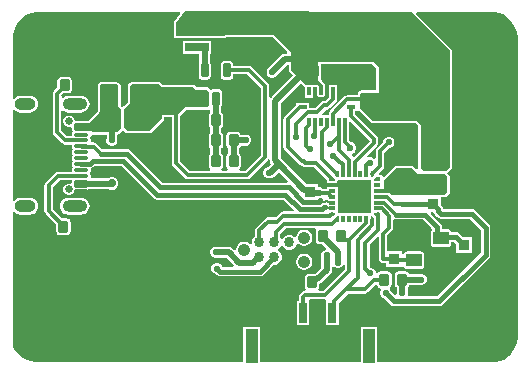
<source format=gbr>
%TF.GenerationSoftware,Altium Limited,Altium Designer,24.4.1 (13)*%
G04 Layer_Physical_Order=1*
G04 Layer_Color=255*
%FSLAX45Y45*%
%MOMM*%
%TF.SameCoordinates,B8B7DE2E-4358-4D64-837E-663932822D10*%
%TF.FilePolarity,Positive*%
%TF.FileFunction,Copper,L1,Top,Signal*%
%TF.Part,Single*%
G01*
G75*
%TA.AperFunction,Conductor*%
%ADD10C,0.30000*%
%TA.AperFunction,SMDPad,CuDef*%
%ADD11R,2.00000X0.70000*%
G04:AMPARAMS|DCode=12|XSize=1.4mm|YSize=1.7mm|CornerRadius=0.175mm|HoleSize=0mm|Usage=FLASHONLY|Rotation=270.000|XOffset=0mm|YOffset=0mm|HoleType=Round|Shape=RoundedRectangle|*
%AMROUNDEDRECTD12*
21,1,1.40000,1.35000,0,0,270.0*
21,1,1.05000,1.70000,0,0,270.0*
1,1,0.35000,-0.67500,-0.52500*
1,1,0.35000,-0.67500,0.52500*
1,1,0.35000,0.67500,0.52500*
1,1,0.35000,0.67500,-0.52500*
%
%ADD12ROUNDEDRECTD12*%
%TA.AperFunction,TestPad*%
G04:AMPARAMS|DCode=13|XSize=0.3mm|YSize=1.15mm|CornerRadius=0.0375mm|HoleSize=0mm|Usage=FLASHONLY|Rotation=270.000|XOffset=0mm|YOffset=0mm|HoleType=Round|Shape=RoundedRectangle|*
%AMROUNDEDRECTD13*
21,1,0.30000,1.07500,0,0,270.0*
21,1,0.22500,1.15000,0,0,270.0*
1,1,0.07500,-0.53750,-0.11250*
1,1,0.07500,-0.53750,0.11250*
1,1,0.07500,0.53750,0.11250*
1,1,0.07500,0.53750,-0.11250*
%
%ADD13ROUNDEDRECTD13*%
G04:AMPARAMS|DCode=14|XSize=0.6mm|YSize=1.15mm|CornerRadius=0.075mm|HoleSize=0mm|Usage=FLASHONLY|Rotation=270.000|XOffset=0mm|YOffset=0mm|HoleType=Round|Shape=RoundedRectangle|*
%AMROUNDEDRECTD14*
21,1,0.60000,1.00000,0,0,270.0*
21,1,0.45000,1.15000,0,0,270.0*
1,1,0.15000,-0.50000,-0.22500*
1,1,0.15000,-0.50000,0.22500*
1,1,0.15000,0.50000,0.22500*
1,1,0.15000,0.50000,-0.22500*
%
%ADD14ROUNDEDRECTD14*%
%TA.AperFunction,SMDPad,CuDef*%
G04:AMPARAMS|DCode=15|XSize=0.8mm|YSize=1mm|CornerRadius=0.1mm|HoleSize=0mm|Usage=FLASHONLY|Rotation=180.000|XOffset=0mm|YOffset=0mm|HoleType=Round|Shape=RoundedRectangle|*
%AMROUNDEDRECTD15*
21,1,0.80000,0.80000,0,0,180.0*
21,1,0.60000,1.00000,0,0,180.0*
1,1,0.20000,-0.30000,0.40000*
1,1,0.20000,0.30000,0.40000*
1,1,0.20000,0.30000,-0.40000*
1,1,0.20000,-0.30000,-0.40000*
%
%ADD15ROUNDEDRECTD15*%
%ADD16R,0.95000X0.95000*%
%ADD17R,0.30000X0.25000*%
%ADD18R,0.25000X0.30000*%
%ADD19R,0.55000X0.30000*%
%ADD20R,0.30000X0.55000*%
G04:AMPARAMS|DCode=21|XSize=1.3mm|YSize=1.1mm|CornerRadius=0.055mm|HoleSize=0mm|Usage=FLASHONLY|Rotation=180.000|XOffset=0mm|YOffset=0mm|HoleType=Round|Shape=RoundedRectangle|*
%AMROUNDEDRECTD21*
21,1,1.30000,0.99000,0,0,180.0*
21,1,1.19000,1.10000,0,0,180.0*
1,1,0.11000,-0.59500,0.49500*
1,1,0.11000,0.59500,0.49500*
1,1,0.11000,0.59500,-0.49500*
1,1,0.11000,-0.59500,-0.49500*
%
%ADD21ROUNDEDRECTD21*%
%ADD22R,0.95000X0.95000*%
%ADD23R,0.75000X0.30000*%
%ADD24R,0.30000X0.75000*%
%TA.AperFunction,ConnectorPad*%
%ADD25R,0.65000X1.70000*%
%ADD26R,1.00000X2.90000*%
%TA.AperFunction,SMDPad,CuDef*%
%ADD27R,1.57000X1.33000*%
G04:AMPARAMS|DCode=28|XSize=0.6mm|YSize=1.2mm|CornerRadius=0.075mm|HoleSize=0mm|Usage=FLASHONLY|Rotation=180.000|XOffset=0mm|YOffset=0mm|HoleType=Round|Shape=RoundedRectangle|*
%AMROUNDEDRECTD28*
21,1,0.60000,1.05000,0,0,180.0*
21,1,0.45000,1.20000,0,0,180.0*
1,1,0.15000,-0.22500,0.52500*
1,1,0.15000,0.22500,0.52500*
1,1,0.15000,0.22500,-0.52500*
1,1,0.15000,-0.22500,-0.52500*
%
%ADD28ROUNDEDRECTD28*%
%ADD29R,1.33000X1.57000*%
%TA.AperFunction,BGAPad,CuDef*%
%ADD30C,0.86300*%
%TA.AperFunction,Conductor*%
%ADD31C,0.40000*%
%ADD32C,0.50000*%
%ADD33C,0.60000*%
%ADD34C,0.38100*%
%ADD35C,0.20000*%
%ADD36C,0.70000*%
%ADD37C,0.80000*%
%ADD38C,0.90000*%
%ADD39C,1.00000*%
%ADD40C,0.75000*%
%TA.AperFunction,TestPad*%
%ADD41O,2.10000X1.00000*%
%ADD42C,0.65000*%
%ADD43O,1.80000X1.00000*%
%TA.AperFunction,ViaPad*%
%ADD44C,4.00000*%
%TA.AperFunction,ComponentPad*%
%ADD45C,1.06700*%
%TA.AperFunction,ViaPad*%
%ADD46C,0.55000*%
%ADD47C,0.71120*%
%ADD48C,0.60000*%
%ADD49C,0.70000*%
G36*
X1985538Y1470611D02*
X2018159Y1457099D01*
X2047516Y1437483D01*
X2060000Y1425000D01*
X2067361Y1417639D01*
X2085227Y1399772D01*
X2113303Y1357755D01*
X2132641Y1311067D01*
X2142500Y1261504D01*
Y1236238D01*
Y-1251434D01*
Y-1276655D01*
X2132659Y-1326126D01*
X2113356Y-1372727D01*
X2085333Y-1414667D01*
X2067500Y-1432500D01*
X2054422Y-1445578D01*
X2023666Y-1466128D01*
X1989492Y-1480284D01*
X1953213Y-1487500D01*
X952500D01*
Y-1185000D01*
X812500D01*
Y-1487500D01*
X-42500D01*
Y-1185000D01*
X-182500D01*
Y-1487500D01*
X-1934967D01*
X-1983941Y-1477759D01*
X-2030074Y-1458650D01*
X-2071592Y-1430908D01*
X-2089246Y-1413254D01*
X-2112500Y-1390000D01*
X-2117850Y-1384650D01*
X-2126257Y-1372068D01*
X-2132048Y-1358088D01*
X-2135000Y-1343246D01*
Y-1335680D01*
Y-218985D01*
X-2120000Y-213894D01*
X-2117674Y-216925D01*
X-2103052Y-228145D01*
X-2086023Y-235198D01*
X-2067750Y-237604D01*
X-1987750D01*
X-1969476Y-235198D01*
X-1952448Y-228145D01*
X-1937825Y-216925D01*
X-1926605Y-202302D01*
X-1919552Y-185274D01*
X-1917146Y-167000D01*
X-1919552Y-148727D01*
X-1926605Y-131698D01*
X-1937825Y-117076D01*
X-1952448Y-105856D01*
X-1969476Y-98802D01*
X-1987750Y-96396D01*
X-2067750D01*
X-2086023Y-98802D01*
X-2103052Y-105856D01*
X-2117674Y-117076D01*
X-2120000Y-120107D01*
X-2135000Y-115015D01*
Y645014D01*
X-2120000Y650106D01*
X-2117674Y647075D01*
X-2103052Y635855D01*
X-2086023Y628802D01*
X-2067750Y626396D01*
X-1987750D01*
X-1969476Y628802D01*
X-1952448Y635855D01*
X-1937825Y647075D01*
X-1926605Y661698D01*
X-1919552Y678726D01*
X-1917146Y697000D01*
X-1919552Y715273D01*
X-1926605Y732302D01*
X-1937825Y746924D01*
X-1952448Y758144D01*
X-1969476Y765198D01*
X-1987750Y767603D01*
X-2067750D01*
X-2086023Y765198D01*
X-2103052Y758144D01*
X-2117674Y746924D01*
X-2120000Y743893D01*
X-2135000Y748985D01*
Y937500D01*
Y1255576D01*
Y1277433D01*
X-2126472Y1320309D01*
X-2109743Y1360696D01*
X-2085456Y1397044D01*
X-2070000Y1412500D01*
X-2054545Y1427955D01*
X-2018197Y1452242D01*
X-1977809Y1468971D01*
X-1934934Y1477500D01*
X-720685D01*
X-713977Y1464084D01*
X-765913Y1394835D01*
X-767019Y1392530D01*
X-768440Y1390404D01*
X-768724Y1388974D01*
X-769354Y1387661D01*
X-769493Y1385108D01*
X-769992Y1382600D01*
Y1275000D01*
X-768440Y1267196D01*
X-764019Y1260581D01*
X-757404Y1256160D01*
X-749600Y1254608D01*
X-350000D01*
X-347099Y1255185D01*
X-344155Y1255464D01*
X-321615Y1262208D01*
X66954D01*
X190780Y1138382D01*
X184567Y1123382D01*
X170000D01*
X152442Y1119889D01*
X137557Y1109943D01*
X39500Y1011887D01*
X35594Y1010268D01*
X22232Y996907D01*
X15000Y979448D01*
Y960552D01*
X22232Y943094D01*
X35594Y929732D01*
X53052Y922500D01*
X71948D01*
X89406Y929732D01*
X102768Y943094D01*
X104387Y947000D01*
X189005Y1031618D01*
X205008D01*
Y982601D01*
X205008Y982600D01*
X206560Y974796D01*
X210981Y968181D01*
X210982Y968180D01*
X238388Y940774D01*
X57557Y759943D01*
X50686Y749660D01*
X35686Y754210D01*
Y850000D01*
X32969Y863656D01*
X25234Y875234D01*
X-109766Y1010233D01*
X-121343Y1017969D01*
X-135000Y1020686D01*
X-269462D01*
Y1037500D01*
X-271596Y1048230D01*
X-277674Y1057326D01*
X-286771Y1063404D01*
X-297501Y1065538D01*
X-342500D01*
X-353230Y1063404D01*
X-362327Y1057326D01*
X-368405Y1048230D01*
X-370539Y1037500D01*
Y932500D01*
X-368405Y921770D01*
X-362327Y912674D01*
X-353230Y906596D01*
X-342500Y904461D01*
X-297501D01*
X-286771Y906596D01*
X-277674Y912674D01*
X-271596Y921770D01*
X-269462Y932500D01*
Y949314D01*
X-149781D01*
X-35686Y835219D01*
Y264782D01*
X-164781Y135686D01*
X-212840D01*
X-217390Y150686D01*
X-213371Y153371D01*
X-206741Y163294D01*
X-204412Y175000D01*
Y254999D01*
X-206741Y266705D01*
X-213371Y276628D01*
X-219118Y280468D01*
Y324531D01*
X-213371Y328371D01*
X-206741Y338294D01*
X-205582Y344118D01*
X-166353D01*
X-161919Y345000D01*
X-153052D01*
X-135594Y352232D01*
X-122232Y365594D01*
X-115000Y383052D01*
Y401948D01*
X-122232Y419407D01*
X-135594Y432769D01*
X-153052Y440000D01*
X-171948D01*
X-181892Y435881D01*
X-205582D01*
X-206741Y441705D01*
X-213371Y451629D01*
X-223295Y458259D01*
X-235000Y460587D01*
X-295000D01*
X-306705Y458259D01*
X-316629Y451629D01*
X-323259Y441705D01*
X-325588Y430000D01*
Y350000D01*
X-323259Y338294D01*
X-316629Y328371D01*
X-310882Y324531D01*
Y280468D01*
X-316629Y276628D01*
X-323259Y266705D01*
X-325588Y254999D01*
Y175000D01*
X-323259Y163294D01*
X-316629Y153371D01*
X-312610Y150686D01*
X-317160Y135686D01*
X-362840D01*
X-367390Y150686D01*
X-363371Y153371D01*
X-356741Y163294D01*
X-354412Y175000D01*
Y254999D01*
X-356741Y266705D01*
X-363371Y276628D01*
X-369118Y280468D01*
Y324531D01*
X-363371Y328371D01*
X-356741Y338294D01*
X-354412Y350000D01*
Y430000D01*
X-356741Y441705D01*
X-363371Y451629D01*
X-369118Y455468D01*
Y499531D01*
X-363371Y503371D01*
X-356741Y513294D01*
X-354413Y525000D01*
Y605000D01*
X-356741Y616705D01*
X-363371Y626628D01*
X-369119Y630468D01*
Y677995D01*
X-366596Y681770D01*
X-364462Y692500D01*
Y797500D01*
X-366596Y808230D01*
X-372674Y817326D01*
X-381771Y823404D01*
X-392501Y825538D01*
X-437500D01*
X-448230Y823404D01*
X-457326Y817326D01*
X-458384Y817222D01*
X-475581Y834419D01*
X-482196Y838840D01*
X-490000Y840392D01*
X-573826D01*
X-598689Y856967D01*
X-600535Y857730D01*
X-602196Y858840D01*
X-604176Y859233D01*
X-606042Y860004D01*
X-608041Y860002D01*
X-610000Y860392D01*
X-861553D01*
X-880581Y879419D01*
X-887196Y883840D01*
X-895000Y885392D01*
X-1125000D01*
X-1132804Y883840D01*
X-1138550Y880000D01*
X-1142500D01*
Y876339D01*
X-1154419Y864419D01*
X-1158840Y857804D01*
X-1160392Y850000D01*
Y718447D01*
X-1194893Y683946D01*
X-1205000Y674937D01*
X-1215107Y683946D01*
X-1219608Y688447D01*
Y849999D01*
X-1219608Y850000D01*
X-1221160Y857804D01*
X-1225580Y864420D01*
X-1232500Y871339D01*
Y880000D01*
X-1241449D01*
X-1247196Y883840D01*
X-1255000Y885392D01*
X-1385000D01*
X-1392804Y883840D01*
X-1399419Y879419D01*
X-1399420Y879419D01*
X-1408190Y870649D01*
X-1412610Y864033D01*
X-1414162Y856230D01*
Y653444D01*
X-1416859Y639884D01*
X-1416955Y639741D01*
X-1417724Y637886D01*
X-1418839Y636216D01*
X-1419231Y634246D01*
X-1420000Y632391D01*
Y630382D01*
X-1420383Y628455D01*
X-1493447Y555392D01*
X-1499542D01*
X-1500527Y555196D01*
X-1502250Y555538D01*
X-1602250D01*
X-1602541Y555480D01*
X-1612250Y563448D01*
X-1619481Y580906D01*
X-1632843Y594268D01*
X-1650301Y601500D01*
X-1669198D01*
X-1686657Y594268D01*
X-1700018Y580906D01*
X-1707250Y563448D01*
Y544551D01*
X-1700018Y527093D01*
X-1686657Y513731D01*
X-1669198Y506500D01*
X-1650301D01*
X-1645392Y508533D01*
X-1630392Y498510D01*
Y489963D01*
X-1630289Y489445D01*
Y482500D01*
X-1628154Y471770D01*
X-1624503Y466306D01*
X-1628372Y460516D01*
X-1630215Y451250D01*
Y428750D01*
X-1632730Y425686D01*
X-1675218D01*
X-1724064Y474531D01*
Y635622D01*
X-1709064Y642770D01*
X-1700052Y635855D01*
X-1683024Y628802D01*
X-1664750Y626396D01*
X-1554750D01*
X-1536476Y628802D01*
X-1519448Y635855D01*
X-1504825Y647075D01*
X-1493605Y661698D01*
X-1486552Y678726D01*
X-1484146Y697000D01*
X-1486552Y715273D01*
X-1493605Y732302D01*
X-1504825Y746924D01*
X-1519448Y758144D01*
X-1536476Y765198D01*
X-1554750Y767603D01*
X-1664750D01*
X-1683024Y765198D01*
X-1700052Y758144D01*
X-1707692Y752282D01*
X-1720955Y758350D01*
X-1722367Y772166D01*
X-1705121Y789412D01*
X-1665000D01*
X-1653295Y791741D01*
X-1643371Y798371D01*
X-1636741Y808295D01*
X-1634413Y820000D01*
Y900000D01*
X-1636741Y911705D01*
X-1643371Y921629D01*
X-1653295Y928259D01*
X-1665000Y930588D01*
X-1725000D01*
X-1736705Y928259D01*
X-1746629Y921629D01*
X-1753259Y911705D01*
X-1755588Y900000D01*
Y839880D01*
X-1784983Y810484D01*
X-1792719Y798907D01*
X-1795436Y785250D01*
Y459750D01*
X-1792719Y446094D01*
X-1784983Y434516D01*
X-1715234Y364766D01*
X-1703656Y357031D01*
X-1690000Y354314D01*
X-1632730D01*
X-1630215Y351249D01*
Y328750D01*
X-1628372Y319483D01*
X-1625376Y315000D01*
X-1628372Y310517D01*
X-1630215Y301250D01*
Y278750D01*
X-1628372Y269483D01*
X-1625376Y265000D01*
X-1628372Y260517D01*
X-1630215Y251250D01*
Y228750D01*
X-1628372Y219483D01*
X-1625376Y215000D01*
X-1628372Y210516D01*
X-1630215Y201250D01*
Y178750D01*
X-1628372Y169483D01*
X-1625376Y165000D01*
X-1628372Y160517D01*
X-1630215Y151250D01*
Y128750D01*
X-1632730Y125686D01*
X-1672374D01*
X-1672375Y125686D01*
X-1750000D01*
X-1763656Y122969D01*
X-1775234Y115234D01*
X-1855234Y35234D01*
X-1862969Y23657D01*
X-1865686Y10000D01*
Y-205000D01*
X-1862969Y-218657D01*
X-1855234Y-230234D01*
X-1765588Y-319880D01*
Y-380000D01*
X-1763259Y-391705D01*
X-1756629Y-401629D01*
X-1746705Y-408259D01*
X-1735000Y-410588D01*
X-1675000D01*
X-1663295Y-408259D01*
X-1653371Y-401629D01*
X-1646741Y-391705D01*
X-1644413Y-380000D01*
Y-300000D01*
X-1646741Y-288295D01*
X-1653371Y-278371D01*
X-1663295Y-271741D01*
X-1675000Y-269412D01*
X-1715121D01*
X-1794314Y-190219D01*
Y-4781D01*
X-1735219Y54314D01*
X-1672376D01*
X-1672375Y54314D01*
X-1635881D01*
X-1630289Y47499D01*
Y31446D01*
X-1645289Y21423D01*
X-1650301Y23500D01*
X-1669198D01*
X-1686657Y16268D01*
X-1700018Y2907D01*
X-1707250Y-14552D01*
Y-33448D01*
X-1700018Y-50907D01*
X-1686657Y-64269D01*
X-1669198Y-71500D01*
X-1650301D01*
X-1632843Y-64269D01*
X-1619481Y-50907D01*
X-1612250Y-33449D01*
X-1602541Y-25481D01*
X-1602250Y-25539D01*
X-1502250D01*
X-1491520Y-23405D01*
X-1487744Y-20882D01*
X-1360000D01*
X-1359999Y-20882D01*
X-1323381D01*
X-1306051Y-28060D01*
X-1283948D01*
X-1263528Y-19601D01*
X-1247898Y-3972D01*
X-1239440Y16449D01*
Y38552D01*
X-1247898Y58972D01*
X-1263528Y74602D01*
X-1283948Y83060D01*
X-1306051D01*
X-1326472Y74602D01*
X-1330192Y70881D01*
X-1360000D01*
X-1360001Y70881D01*
X-1467827D01*
X-1474285Y78750D01*
Y101250D01*
X-1476128Y110517D01*
X-1479123Y115000D01*
X-1476128Y119483D01*
X-1474285Y128750D01*
Y151249D01*
X-1467606Y154166D01*
X-1454689Y162796D01*
X-1442301Y175185D01*
X-1213217D01*
X-939878Y-98153D01*
X-926962Y-106784D01*
X-911725Y-109815D01*
X158051D01*
X244892Y-196656D01*
X239152Y-210514D01*
X157740D01*
X144083Y-213231D01*
X132506Y-220966D01*
X92008Y-261464D01*
X27850D01*
X14194Y-264181D01*
X2617Y-271916D01*
X-72234Y-346766D01*
X-79969Y-358344D01*
X-82686Y-372000D01*
Y-417928D01*
X-82771Y-417964D01*
X-100536Y-435728D01*
X-110150Y-458939D01*
Y-480975D01*
X-118949Y-486772D01*
X-124008Y-488330D01*
X-132032Y-480306D01*
X-147618Y-471308D01*
X-165001Y-466650D01*
X-182998D01*
X-200382Y-471308D01*
X-215968Y-480306D01*
X-228693Y-493032D01*
X-237692Y-508618D01*
X-242350Y-526001D01*
Y-533780D01*
X-257350Y-539994D01*
X-274787Y-522557D01*
X-289672Y-512611D01*
X-307230Y-509118D01*
X-399145D01*
X-403052Y-507500D01*
X-421948D01*
X-439407Y-514732D01*
X-452768Y-528093D01*
X-460000Y-545552D01*
Y-564448D01*
X-452768Y-581906D01*
X-439407Y-595268D01*
X-421948Y-602500D01*
X-403052D01*
X-399145Y-600881D01*
X-326235D01*
X-262900Y-664216D01*
X-269113Y-679216D01*
X-359048D01*
X-360886Y-677378D01*
X-364732Y-668093D01*
X-378093Y-654731D01*
X-395552Y-647500D01*
X-414448D01*
X-431906Y-654731D01*
X-445268Y-668093D01*
X-452500Y-685552D01*
Y-704448D01*
X-445268Y-721906D01*
X-431906Y-735268D01*
X-414448Y-742500D01*
X-411118D01*
X-404779Y-748838D01*
X-391548Y-757679D01*
X-375941Y-760784D01*
X-375940Y-760783D01*
X-234155D01*
X-234153Y-760784D01*
X-41501D01*
X-41500Y-760784D01*
X-25893Y-757679D01*
X-12662Y-748838D01*
X74527Y-661650D01*
X92561D01*
X115772Y-652036D01*
X133536Y-634272D01*
X143150Y-611061D01*
Y-585939D01*
X133536Y-562728D01*
X115772Y-544964D01*
X111315Y-543118D01*
Y-526882D01*
X115772Y-525036D01*
X133536Y-507272D01*
X135382Y-502815D01*
X151618D01*
X153464Y-507272D01*
X171229Y-525036D01*
X194439Y-534650D01*
X219561D01*
X242772Y-525036D01*
X260536Y-507272D01*
X269165Y-486440D01*
X278327Y-482508D01*
X285150Y-481211D01*
X292032Y-488094D01*
X307618Y-497092D01*
X325002Y-501750D01*
X342999D01*
X360382Y-497092D01*
X375968Y-488094D01*
X388694Y-475368D01*
X397692Y-459782D01*
X402350Y-442398D01*
Y-424401D01*
X397692Y-407018D01*
X388694Y-391432D01*
X375968Y-378706D01*
X360382Y-369708D01*
X342999Y-365050D01*
X325002D01*
X307618Y-369708D01*
X292032Y-378706D01*
X279307Y-391432D01*
X270308Y-407018D01*
X266659Y-420638D01*
X256347Y-425295D01*
X250650Y-425842D01*
X242772Y-417964D01*
X219561Y-408350D01*
X194439D01*
X171229Y-417964D01*
X153464Y-435728D01*
X151618Y-440185D01*
X135382D01*
X133536Y-435728D01*
X126458Y-428650D01*
Y-398659D01*
X175856Y-349261D01*
X427248D01*
X435266Y-364261D01*
X434241Y-365795D01*
X431912Y-377500D01*
Y-457500D01*
X434241Y-469205D01*
X440871Y-479129D01*
X450795Y-485759D01*
X462500Y-488088D01*
X488201D01*
X520114Y-520000D01*
X517178Y-529652D01*
X514384Y-535484D01*
X498093Y-542232D01*
X484732Y-555594D01*
X477500Y-573052D01*
Y-591948D01*
X479118Y-595855D01*
Y-685995D01*
X425996Y-739118D01*
X415000D01*
X413522Y-739412D01*
X370000D01*
X358295Y-741741D01*
X348371Y-748371D01*
X341741Y-758295D01*
X339413Y-770000D01*
Y-850000D01*
X341741Y-861705D01*
X346825Y-869314D01*
X344203Y-878226D01*
X340357Y-884314D01*
X340074D01*
X326417Y-887031D01*
X314840Y-894766D01*
X297266Y-912340D01*
X289531Y-923917D01*
X286814Y-937574D01*
Y-965000D01*
X270000D01*
Y-1175000D01*
X375000D01*
Y-965000D01*
X386142Y-955686D01*
X507426D01*
X508987Y-955375D01*
X520000Y-968478D01*
Y-1175000D01*
X625000D01*
Y-1055947D01*
X625686Y-1052500D01*
Y-982282D01*
X702282Y-905686D01*
X845888D01*
X859545Y-902969D01*
X871122Y-895234D01*
X937481Y-828874D01*
X937588Y-828864D01*
X953266Y-834303D01*
X954241Y-839205D01*
X960871Y-849129D01*
X970795Y-855759D01*
X977099Y-857013D01*
X982354Y-869855D01*
X982314Y-873011D01*
X982232Y-873094D01*
X975000Y-890552D01*
Y-909448D01*
X982232Y-926906D01*
X995594Y-940268D01*
X1011808Y-946985D01*
X1063661Y-998838D01*
X1063662Y-998838D01*
X1076893Y-1007679D01*
X1092500Y-1010784D01*
X1092501Y-1010784D01*
X1476996D01*
X1476997Y-1010784D01*
X1492604Y-1007679D01*
X1505835Y-998838D01*
X1898838Y-605836D01*
X1898838Y-605835D01*
X1907679Y-592604D01*
X1910784Y-576997D01*
Y-347500D01*
X1907679Y-331893D01*
X1898838Y-318662D01*
X1898838Y-318661D01*
X1781339Y-201162D01*
X1768107Y-192321D01*
X1752500Y-189216D01*
X1752499Y-189217D01*
X1508128D01*
X1505179Y-174393D01*
X1496338Y-161162D01*
X1496338Y-161161D01*
X1492500Y-157324D01*
Y-90392D01*
X1519999D01*
X1520000Y-90392D01*
X1527804Y-88840D01*
X1534419Y-84419D01*
X1559419Y-59419D01*
X1563840Y-52804D01*
X1565392Y-45000D01*
Y82500D01*
X1563840Y90304D01*
X1559419Y96919D01*
X1559419Y96920D01*
X1544091Y112247D01*
X1544420Y115581D01*
X1544420Y115581D01*
X1579419Y150581D01*
X1583840Y157196D01*
X1585392Y165000D01*
Y520000D01*
Y1152499D01*
X1585392Y1152500D01*
X1583840Y1160304D01*
X1579419Y1166919D01*
X1579418Y1166920D01*
X1282697Y1463642D01*
X1288437Y1477500D01*
X1950908D01*
X1985538Y1470611D01*
D02*
G37*
G36*
X944608Y1004053D02*
Y815392D01*
X820000D01*
X812196Y813840D01*
X805581Y809419D01*
X805580Y809418D01*
X793081Y796919D01*
X788660Y790304D01*
X787108Y782500D01*
Y774655D01*
X784909Y773185D01*
X697574D01*
X683917Y770469D01*
X672340Y762733D01*
X549766Y640160D01*
X542031Y628582D01*
X539314Y614926D01*
Y602500D01*
X489107D01*
X482893Y617500D01*
X517208Y651814D01*
X523136D01*
X536793Y654531D01*
X548370Y662266D01*
X600233Y714130D01*
X607969Y725707D01*
X610686Y739364D01*
Y805000D01*
X610000Y808447D01*
Y862500D01*
X540000D01*
Y808447D01*
X539314Y805000D01*
Y754145D01*
X508355Y723186D01*
X502426D01*
X488770Y720469D01*
X477193Y712734D01*
X430145Y665686D01*
X377500D01*
Y710000D01*
X323447D01*
X320000Y710686D01*
X297500D01*
X294052Y710000D01*
X262500D01*
Y690467D01*
X167266Y595234D01*
X159531Y583656D01*
X156814Y570000D01*
Y332500D01*
X159531Y318844D01*
X167266Y307267D01*
X287267Y187266D01*
X298844Y179531D01*
X312500Y176814D01*
X312999D01*
X315047Y174766D01*
X326624Y167031D01*
X340281Y164314D01*
X415218D01*
X524608Y54925D01*
Y50000D01*
X526160Y42196D01*
X530000Y36450D01*
Y32500D01*
X535190D01*
X537196Y31160D01*
X545000Y29608D01*
X563524D01*
X565000Y29314D01*
X566476Y29608D01*
X595000D01*
X602803Y31160D01*
X609419Y35581D01*
X613840Y42196D01*
X614314Y44584D01*
X625000Y55000D01*
X887071D01*
X896394Y51394D01*
X900000Y42071D01*
Y-20000D01*
Y-120000D01*
Y-212071D01*
X896394Y-221395D01*
X887071Y-225000D01*
X632929D01*
X623606Y-221395D01*
X620000Y-212071D01*
Y-120000D01*
Y-0D01*
X575948D01*
X572500Y686D01*
X560000D01*
X556552Y-0D01*
X525000D01*
Y-18114D01*
X492590Y-18114D01*
X482558Y-11411D01*
X465000Y-7919D01*
X452500D01*
Y20000D01*
X366932D01*
X362500Y20881D01*
X354936D01*
X152909Y222909D01*
X135882Y239936D01*
Y708495D01*
X303274Y875888D01*
X331081Y848081D01*
X337697Y843660D01*
X340000Y843202D01*
Y747500D01*
X410000D01*
Y842108D01*
X432425D01*
X439314Y835219D01*
Y805000D01*
X440000Y801552D01*
Y747500D01*
X510000D01*
Y801552D01*
X510686Y805000D01*
Y850000D01*
X510000Y853448D01*
Y862500D01*
X508199D01*
X507969Y863656D01*
X500233Y875234D01*
X482098Y893369D01*
X480000Y907500D01*
X480000D01*
Y1037208D01*
X911454D01*
X944608Y1004053D01*
D02*
G37*
G36*
X-1240000Y850000D02*
Y680000D01*
X-1220000Y660000D01*
Y490000D01*
X-1250000Y460000D01*
X-1460000D01*
X-1475000Y475000D01*
X-1496163D01*
X-1498500Y475465D01*
X-1606000D01*
X-1610000Y489963D01*
Y521702D01*
X-1602250Y534461D01*
X-1554467D01*
X-1552250Y534020D01*
X-1511186D01*
X-1508970Y534461D01*
X-1502250D01*
X-1499542Y535000D01*
X-1485000D01*
X-1400000Y620000D01*
Y628412D01*
X-1397651Y631927D01*
X-1393770Y651436D01*
Y856230D01*
X-1385000Y865000D01*
X-1255000D01*
X-1240000Y850000D01*
D02*
G37*
G36*
X-870000Y840000D02*
X-610000D01*
X-580000Y820000D01*
X-490000D01*
X-470000Y800000D01*
Y690000D01*
X-490000Y670000D01*
X-671576D01*
X-731576Y610000D01*
X-870000D01*
Y580000D01*
X-980000Y470000D01*
X-1160000D01*
X-1190000Y500000D01*
Y660000D01*
X-1140000Y710000D01*
Y850000D01*
X-1125000Y865000D01*
X-895000D01*
X-870000Y840000D01*
D02*
G37*
G36*
X-785686Y200000D02*
X-782969Y186344D01*
X-775234Y174766D01*
X-675234Y74766D01*
X-663657Y67031D01*
X-650000Y64314D01*
X-150000D01*
X-136344Y67031D01*
X-124766Y74766D01*
X25234Y224766D01*
X29119Y230581D01*
X44119Y226031D01*
Y220931D01*
X47611Y203373D01*
X55973Y190859D01*
X30113Y165000D01*
X23052D01*
X5594Y157768D01*
X-7768Y144406D01*
X-15000Y126948D01*
Y108052D01*
X-7768Y90593D01*
X5594Y77231D01*
X23052Y70000D01*
X41948D01*
X45855Y71618D01*
X47500D01*
X65058Y75111D01*
X79943Y85057D01*
X120466Y125579D01*
X197730Y48315D01*
X191516Y33315D01*
X-868931D01*
X-1142269Y306653D01*
X-1155186Y315284D01*
X-1170423Y318315D01*
X-1377847D01*
X-1423816Y364283D01*
X-1435393Y372019D01*
X-1449049Y374735D01*
X-1470990D01*
X-1474285Y378750D01*
Y401250D01*
X-1476128Y410517D01*
X-1479123Y415000D01*
X-1476128Y419483D01*
X-1474285Y428750D01*
Y428824D01*
X-1460000Y439608D01*
X-1340131D01*
Y405166D01*
X-1342500Y399448D01*
Y380552D01*
X-1335268Y363094D01*
X-1321906Y349732D01*
X-1304448Y342500D01*
X-1285552D01*
X-1268093Y349732D01*
X-1254732Y363094D01*
X-1247500Y380552D01*
Y399448D01*
X-1248368Y401544D01*
Y439933D01*
X-1242196Y441161D01*
X-1235580Y445581D01*
X-1235580Y445582D01*
X-1217653Y463509D01*
X-1207000Y474000D01*
X-1203367Y473854D01*
X-1197264Y473337D01*
X-1190296Y471457D01*
X-1174419Y455581D01*
X-1167804Y451160D01*
X-1160000Y449608D01*
X-980001D01*
X-980000Y449608D01*
X-972196Y451160D01*
X-965581Y455581D01*
X-855581Y565581D01*
X-851160Y572196D01*
X-849608Y580000D01*
Y589608D01*
X-785686D01*
Y200000D01*
D02*
G37*
G36*
X888283Y386250D02*
X755661Y253628D01*
X740338Y254875D01*
X735904Y261142D01*
X741076Y277539D01*
X753323Y282612D01*
X767388Y296677D01*
X775000Y315054D01*
Y334946D01*
X767388Y353323D01*
X753323Y367388D01*
X734946Y375000D01*
X731533D01*
X710686Y395847D01*
Y542634D01*
X716323Y546735D01*
X725097Y549435D01*
X888283Y386250D01*
D02*
G37*
G36*
X787500Y639999D02*
Y640000D01*
X802108Y639053D01*
X900581Y540581D01*
X907197Y536160D01*
X915000Y534608D01*
X1281554D01*
X1299608Y516553D01*
Y157500D01*
X1285865Y149705D01*
X1282007Y149332D01*
X1271953Y159386D01*
X1261919Y169418D01*
X1261919Y169419D01*
X1255303Y173840D01*
X1247499Y175392D01*
X1112500D01*
X1104696Y173840D01*
X1098081Y169419D01*
X1098080Y169419D01*
X1009885Y81224D01*
X1009422Y81184D01*
X994074Y86626D01*
X993840Y87803D01*
X990000Y93550D01*
Y97500D01*
X984808D01*
X982803Y98840D01*
X975000Y100392D01*
X970457D01*
X964717Y114250D01*
X1000234Y149767D01*
X1007969Y161344D01*
X1010686Y175000D01*
Y285219D01*
X1052967Y327500D01*
X1059448D01*
X1076906Y334732D01*
X1090268Y348094D01*
X1097500Y365552D01*
Y384448D01*
X1090268Y401906D01*
X1076906Y415268D01*
X1059448Y422500D01*
X1040552D01*
X1023093Y415268D01*
X1009732Y401906D01*
X1002500Y384448D01*
Y377967D01*
X949766Y325234D01*
X942031Y313656D01*
X939314Y300000D01*
Y241113D01*
X924314Y234900D01*
X915822Y243392D01*
X898364Y250624D01*
X879467D01*
X871507Y247326D01*
X863010Y260043D01*
X950234Y347266D01*
X957969Y358844D01*
X960686Y372500D01*
Y400000D01*
X957969Y413656D01*
X950234Y425234D01*
X765686Y609781D01*
Y640000D01*
X787500D01*
X787500Y639999D01*
D02*
G37*
G36*
X-469330Y654181D02*
X-460882Y650681D01*
Y630468D01*
X-466629Y626628D01*
X-473259Y616705D01*
X-475588Y605000D01*
Y525000D01*
X-473259Y513294D01*
X-466629Y503371D01*
X-460881Y499531D01*
Y455468D01*
X-466629Y451629D01*
X-473259Y441705D01*
X-475588Y430000D01*
Y350000D01*
X-473259Y338294D01*
X-466629Y328371D01*
X-460881Y324531D01*
Y280468D01*
X-466629Y276628D01*
X-473259Y266705D01*
X-475588Y254999D01*
Y175000D01*
X-473259Y163294D01*
X-466629Y153371D01*
X-462610Y150686D01*
X-467160Y135686D01*
X-635219D01*
X-714314Y214781D01*
Y598423D01*
X-663129Y649608D01*
X-490000D01*
X-482196Y651160D01*
X-475882Y655379D01*
X-469330Y654181D01*
D02*
G37*
G36*
X378000Y1480000D02*
X1237500D01*
X1565000Y1152500D01*
Y520000D01*
Y165000D01*
X1530000Y130000D01*
X1342500D01*
Y135000D01*
X1320000Y157500D01*
Y525000D01*
X1290000Y555000D01*
X915000D01*
X807500Y662500D01*
Y782500D01*
X820000Y795000D01*
X965000D01*
Y1012500D01*
X919900Y1057600D01*
X450400D01*
Y862500D01*
X345500D01*
X225400Y982600D01*
Y1132600D01*
X75400Y1282600D01*
X-324600D01*
X-350000Y1275000D01*
X-749600D01*
Y1382600D01*
X-674600Y1482600D01*
X375400D01*
X378000Y1480000D01*
D02*
G37*
G36*
X925000Y94500D02*
X910500Y80000D01*
X895000D01*
Y130000D01*
X925000D01*
Y94500D01*
D02*
G37*
G36*
X625000Y80000D02*
X609500D01*
X595000Y94500D01*
Y130000D01*
X625000D01*
Y80000D01*
D02*
G37*
G36*
X975000Y50000D02*
X925000D01*
Y65500D01*
X939500Y80000D01*
X975000D01*
Y50000D01*
D02*
G37*
G36*
X595000Y65500D02*
Y50000D01*
X545000D01*
Y80000D01*
X580500D01*
X595000Y65500D01*
D02*
G37*
G36*
X1247500Y155000D02*
Y154999D01*
X1257534Y144966D01*
X1297500Y105000D01*
X1522500D01*
X1545000Y82500D01*
Y-45000D01*
X1520000Y-70000D01*
X1070000D01*
X1047500Y-47500D01*
X1012500D01*
Y55000D01*
X1112500Y155000D01*
X1247499D01*
X1247500Y155000D01*
D02*
G37*
G36*
X975000Y-250000D02*
X939500D01*
X925000Y-235500D01*
Y-220000D01*
X975000D01*
Y-250000D01*
D02*
G37*
G36*
X595000Y-235500D02*
X580500Y-250000D01*
X545000D01*
Y-220000D01*
X595000D01*
Y-235500D01*
D02*
G37*
G36*
X925000Y-264500D02*
Y-300000D01*
X895000D01*
Y-250000D01*
X910500D01*
X925000Y-264500D01*
D02*
G37*
G36*
X625000Y-300000D02*
X595000D01*
Y-264500D01*
X609500Y-250000D01*
X625000D01*
Y-300000D01*
D02*
G37*
G36*
X1429821Y-225105D02*
X1438662Y-238336D01*
X1459164Y-258838D01*
X1472395Y-267679D01*
X1488003Y-270784D01*
X1488004Y-270784D01*
X1735607D01*
X1829217Y-364393D01*
Y-560104D01*
X1460104Y-929217D01*
X1218847D01*
X1210513Y-916745D01*
X1212500Y-911948D01*
Y-893052D01*
X1209925Y-886836D01*
Y-851938D01*
X1214129Y-849129D01*
X1220759Y-839205D01*
X1221918Y-833382D01*
X1309145D01*
X1313052Y-835000D01*
X1331948D01*
X1349406Y-827768D01*
X1362768Y-814407D01*
X1370000Y-796948D01*
Y-778052D01*
X1362768Y-760594D01*
X1349406Y-747232D01*
X1331948Y-740000D01*
X1313052D01*
X1309145Y-741619D01*
X1221918D01*
X1220759Y-735795D01*
X1214129Y-725871D01*
X1204205Y-719241D01*
X1192500Y-716912D01*
X1132500D01*
X1120795Y-719241D01*
X1110871Y-725871D01*
X1104241Y-735795D01*
X1101912Y-747500D01*
Y-827500D01*
X1104241Y-839205D01*
X1110871Y-849129D01*
X1118162Y-854000D01*
Y-891454D01*
X1117500Y-893052D01*
Y-911948D01*
X1104189Y-919009D01*
X1099634Y-919457D01*
X1069485Y-889308D01*
X1062769Y-873094D01*
X1058939Y-869264D01*
X1058730Y-868667D01*
X1061664Y-850776D01*
X1064129Y-849129D01*
X1070759Y-839205D01*
X1073088Y-827500D01*
Y-747500D01*
X1070759Y-735795D01*
X1064129Y-725871D01*
X1054205Y-719241D01*
X1042500Y-716912D01*
X982500D01*
X970795Y-719241D01*
X960871Y-725871D01*
X955000Y-734659D01*
X953916Y-734781D01*
X940000Y-725552D01*
X932769Y-708094D01*
X919407Y-694732D01*
X901948Y-687500D01*
X895468D01*
X888186Y-680218D01*
Y-489781D01*
X952956Y-425011D01*
X966814Y-430751D01*
Y-610000D01*
X969531Y-623656D01*
X977266Y-635233D01*
X988844Y-642969D01*
X1002500Y-645686D01*
X1027500D01*
Y-677500D01*
X1162500D01*
Y-677500D01*
X1177500Y-677012D01*
X1178980Y-684449D01*
X1184616Y-692884D01*
X1193050Y-698520D01*
X1203000Y-700499D01*
X1322000D01*
X1331949Y-698520D01*
X1340384Y-692884D01*
X1346020Y-684449D01*
X1347999Y-674500D01*
Y-575500D01*
X1346020Y-565551D01*
X1340384Y-557116D01*
X1331949Y-551480D01*
X1322000Y-549501D01*
X1203000D01*
X1193050Y-551480D01*
X1184616Y-557116D01*
X1178980Y-565551D01*
X1177500Y-572988D01*
X1162500Y-571511D01*
Y-542500D01*
X1038186D01*
Y-412356D01*
X1077881Y-372660D01*
X1085617Y-361083D01*
X1088333Y-347426D01*
Y-284457D01*
X1103334Y-275963D01*
X1115000Y-278283D01*
X1338107D01*
X1411189Y-351365D01*
X1414616Y-367116D01*
X1408980Y-375551D01*
X1407000Y-385500D01*
Y-484500D01*
X1408980Y-494450D01*
X1414616Y-502884D01*
X1423050Y-508520D01*
X1433000Y-510500D01*
X1552000D01*
X1561949Y-508520D01*
X1570384Y-502884D01*
X1576020Y-494450D01*
X1577999Y-484500D01*
Y-465783D01*
X1600607D01*
X1617500Y-482677D01*
Y-560000D01*
X1752500D01*
Y-425000D01*
X1675177D01*
X1646338Y-396162D01*
X1633107Y-387321D01*
X1617500Y-384216D01*
X1617499Y-384216D01*
X1577744D01*
X1576020Y-375551D01*
X1570384Y-367116D01*
X1561949Y-361480D01*
X1552000Y-359501D01*
X1502468D01*
Y-344184D01*
X1499364Y-328577D01*
X1490523Y-315346D01*
X1490522Y-315346D01*
X1404035Y-228858D01*
X1409775Y-215000D01*
X1427811D01*
X1429821Y-225105D01*
D02*
G37*
G36*
X679314Y-665122D02*
Y-697645D01*
X492645Y-884314D01*
X459643D01*
X455797Y-878226D01*
X453176Y-869314D01*
X458259Y-861705D01*
X460588Y-850000D01*
Y-827781D01*
X462559Y-827389D01*
X477444Y-817443D01*
X557443Y-737443D01*
X567389Y-722558D01*
X570882Y-705000D01*
Y-684270D01*
X585881Y-678056D01*
X593094Y-685268D01*
X610552Y-692500D01*
X629448D01*
X646907Y-685268D01*
X660268Y-671906D01*
X664314Y-662139D01*
X679314Y-665122D01*
D02*
G37*
%LPC*%
G36*
X-455000Y1232500D02*
X-695000D01*
Y1122500D01*
X-555882D01*
Y1052005D01*
X-558405Y1048230D01*
X-560539Y1037500D01*
Y932500D01*
X-558405Y921770D01*
X-552327Y912674D01*
X-543230Y906596D01*
X-532500Y904461D01*
X-487500D01*
X-476770Y906596D01*
X-467674Y912674D01*
X-461596Y921770D01*
X-459462Y932500D01*
Y1037500D01*
X-461596Y1048230D01*
X-464119Y1052005D01*
Y1122500D01*
X-455000D01*
Y1232500D01*
D02*
G37*
G36*
X-1554750Y-96396D02*
X-1664750D01*
X-1683024Y-98802D01*
X-1700052Y-105856D01*
X-1714674Y-117076D01*
X-1725895Y-131698D01*
X-1732948Y-148727D01*
X-1735354Y-167000D01*
X-1732948Y-185274D01*
X-1725895Y-202302D01*
X-1714674Y-216925D01*
X-1700052Y-228145D01*
X-1683024Y-235198D01*
X-1664750Y-237604D01*
X-1554750D01*
X-1536476Y-235198D01*
X-1519448Y-228145D01*
X-1504825Y-216925D01*
X-1493605Y-202302D01*
X-1486552Y-185274D01*
X-1484146Y-167000D01*
X-1486552Y-148727D01*
X-1493605Y-131698D01*
X-1504825Y-117076D01*
X-1519448Y-105856D01*
X-1536476Y-98802D01*
X-1554750Y-96396D01*
D02*
G37*
G36*
X342999Y-568250D02*
X325002D01*
X307618Y-572908D01*
X292032Y-581906D01*
X279307Y-594632D01*
X270308Y-610218D01*
X265650Y-627601D01*
Y-645598D01*
X270308Y-662982D01*
X279307Y-678568D01*
X292032Y-691294D01*
X307618Y-700292D01*
X325002Y-704950D01*
X342999D01*
X360382Y-700292D01*
X375968Y-691294D01*
X388694Y-678568D01*
X397692Y-662982D01*
X402350Y-645598D01*
Y-627601D01*
X397692Y-610218D01*
X388694Y-594632D01*
X375968Y-581906D01*
X360382Y-572908D01*
X342999Y-568250D01*
D02*
G37*
%LPD*%
D10*
X-387500Y-285000D02*
G03*
X-361691Y-347309I88118J0D01*
G01*
X675000Y805000D02*
Y897408D01*
X677500Y899908D01*
X525000Y760074D02*
Y805000D01*
X447574Y737500D02*
X502426D01*
X425000Y760074D02*
X447574Y737500D01*
X425000Y760074D02*
Y805000D01*
X575000Y739364D02*
Y805000D01*
X502426Y687500D02*
X523136D01*
X444926Y630000D02*
X502426Y687500D01*
X502426Y737500D02*
X525000Y760074D01*
X523136Y687500D02*
X575000Y739364D01*
X528798Y-53799D02*
X541250Y-66251D01*
X541250Y-66251D01*
X541201Y-53799D02*
X560000Y-35000D01*
X572500D01*
X528798Y-53799D02*
X541201D01*
X541250Y-66251D02*
X560000Y-85000D01*
X465000Y-53801D02*
X528798Y-53799D01*
X487500Y45000D02*
X517500Y15000D01*
X560000Y-85000D02*
X572500D01*
X517500Y15000D02*
X572500D01*
X340281Y200000D02*
X430000D01*
X327781Y212500D02*
X340281Y200000D01*
X312500Y212500D02*
X327781D01*
X192500Y332500D02*
X312500Y212500D01*
X192500Y332500D02*
Y570000D01*
X297500Y675000D01*
X262500Y417500D02*
Y527426D01*
X430000Y200000D02*
X565000Y65000D01*
X262500Y527426D02*
X365074Y630000D01*
X297500Y675000D02*
X320000D01*
X425000Y900000D02*
X475000Y850000D01*
Y805000D02*
Y850000D01*
X687500Y-870000D02*
X785000Y-772500D01*
X590000Y-967500D02*
X687500Y-870000D01*
X928388Y-787500D02*
X1012500D01*
X845888Y-870000D02*
X928388Y-787500D01*
X687500Y-870000D02*
X845888D01*
X1110000Y-625000D02*
X1262500D01*
X1095000Y-610000D02*
X1110000Y-625000D01*
X1002500Y-610000D02*
X1095000D01*
X852500Y-695000D02*
X892500Y-735000D01*
X642500Y-427426D02*
Y-417500D01*
Y-427426D02*
X667500Y-452426D01*
X715000D01*
Y-712426D02*
Y-452426D01*
X507426Y-920000D02*
X715000Y-712426D01*
Y-452426D02*
X860000Y-307426D01*
X785000Y-772500D02*
Y-453137D01*
X760000Y207500D02*
X925000Y372500D01*
X760000Y102500D02*
Y207500D01*
X925000Y372500D02*
Y400000D01*
X638787Y211213D02*
X660000Y190000D01*
X584265Y255000D02*
X628052Y211213D01*
X638787D01*
X577500Y255000D02*
X584265D01*
X603786Y403787D02*
X625000Y425000D01*
X556765Y357500D02*
X603052Y403787D01*
X550000Y357500D02*
X556765D01*
X603052Y403787D02*
X603786D01*
X485000Y235000D02*
Y460074D01*
X525000Y500074D02*
Y545000D01*
X485000Y460074D02*
X525000Y500074D01*
X485000Y235000D02*
X610000Y110000D01*
X710000Y102500D02*
Y228388D01*
X625000Y313389D02*
X710000Y228388D01*
X660000Y102500D02*
Y190000D01*
X625000Y313389D02*
Y425000D01*
X420000Y434265D02*
X425000Y439265D01*
Y545000D01*
X420000Y427500D02*
Y434265D01*
X625000Y425000D02*
Y545000D01*
X345000Y345074D02*
X362574Y327500D01*
X365735D02*
X378235Y315000D01*
X385000D01*
X362574Y327500D02*
X365735D01*
X345000Y345074D02*
Y492500D01*
X1095710Y-147500D02*
X1157500D01*
X1033211Y-85000D02*
X1095710Y-147500D01*
X994718Y-85000D02*
X1033211D01*
X322500Y-1070000D02*
Y-937574D01*
X340074Y-920000D01*
X507426D01*
X157740Y-246200D02*
X553800D01*
X565000Y-235000D01*
X90772Y-383877D02*
X161075Y-313575D01*
X566422D01*
X106790Y-297150D02*
X157740Y-246200D01*
X566422Y-313575D02*
X599997Y-280000D01*
X610000D01*
X27850Y-297150D02*
X106790D01*
X90772Y-460728D02*
Y-383877D01*
X80000Y-471500D02*
X90772Y-460728D01*
X-47000Y-372000D02*
X27850Y-297150D01*
X-47000Y-471500D02*
Y-372000D01*
X852500Y-695000D02*
Y-475000D01*
X960000Y-367500D01*
Y-240000D01*
X785000Y-453137D02*
X910000Y-328137D01*
X955000Y-235000D02*
X960000Y-240000D01*
X910000Y-328137D02*
Y-280000D01*
X910000D01*
X860000Y-307426D02*
Y-272500D01*
X1002500Y-610000D02*
Y-397574D01*
X1052648Y-347426D01*
X1002500Y-610000D02*
X1002500Y-610000D01*
X-1449049Y339050D02*
X-1388500Y278500D01*
X-1672375Y90000D02*
X-1552250D01*
X-1672375Y90000D02*
X-1672375Y90000D01*
X-1750000Y90000D02*
X-1672375D01*
X-1830000Y-205000D02*
Y10000D01*
X-1750000Y90000D01*
X-1705000Y-340000D02*
Y-330000D01*
X-1830000Y-205000D02*
X-1705000Y-330000D01*
X-1551300Y339050D02*
X-1449049D01*
X-1690000Y390000D02*
X-1552250D01*
X-1759750Y459750D02*
X-1690000Y390000D01*
X-1759750Y459750D02*
Y785250D01*
X-1695000Y850000D01*
Y860000D01*
X0Y250000D02*
Y850000D01*
X-150000Y100000D02*
X0Y250000D01*
X-650000Y100000D02*
X-150000D01*
X-750000Y200000D02*
X-650000Y100000D01*
X-135000Y985000D02*
X0Y850000D01*
X375000Y522500D02*
Y545000D01*
X345000Y492500D02*
X375000Y522500D01*
X625000Y875000D02*
X649908Y899908D01*
X625000Y805000D02*
Y875000D01*
X697574Y737500D02*
X812500D01*
X575000Y614926D02*
X697574Y737500D01*
X575000Y545000D02*
Y614926D01*
X525000Y805000D02*
Y900000D01*
X365074Y630000D02*
X444926D01*
X725000Y325000D02*
Y331065D01*
X675000Y381066D02*
Y545000D01*
Y381066D02*
X725000Y331065D01*
X878124Y203124D02*
X888916D01*
X860000Y185000D02*
X878124Y203124D01*
X860000Y102500D02*
Y185000D01*
X975000Y300000D02*
X1050000Y375000D01*
X975000Y175000D02*
Y300000D01*
X910000Y110000D02*
X975000Y175000D01*
X730000Y595000D02*
Y675000D01*
Y595000D02*
X925000Y400000D01*
X-320000Y985000D02*
X-135000D01*
X-750000Y200000D02*
Y710700D01*
X-790000Y750700D02*
X-787150Y747850D01*
X-750000Y710700D01*
X590000Y-1052500D02*
Y-967500D01*
X572500Y-1070000D02*
X590000Y-1052500D01*
X989497Y-185000D02*
X1052648Y-248151D01*
X947500Y-185000D02*
X989497D01*
X1052648Y-347426D02*
Y-248151D01*
X1012500Y-135000D02*
X1115000Y-237500D01*
X947500Y-135000D02*
X1012500D01*
X994718Y-85000D02*
X994718Y-85000D01*
X947500Y-85000D02*
X994718D01*
X947500Y-35000D02*
X1012500D01*
X1017500Y-30000D01*
D11*
X-575000Y1322500D02*
D03*
Y1177500D02*
D03*
D12*
X-790000Y979300D02*
D03*
Y750700D02*
D03*
X-215000Y1175700D02*
D03*
Y1404300D02*
D03*
D13*
X-1552250Y290000D02*
D03*
Y240000D02*
D03*
Y190000D02*
D03*
Y340000D02*
D03*
Y390000D02*
D03*
Y440000D02*
D03*
Y140000D02*
D03*
Y90000D02*
D03*
D14*
Y505000D02*
D03*
Y585000D02*
D03*
Y25000D02*
D03*
Y-55000D02*
D03*
D15*
X492500Y-417500D02*
D03*
X642500D02*
D03*
X-1705000Y-340000D02*
D03*
X-1555000D02*
D03*
X400000Y-810000D02*
D03*
X250000D02*
D03*
X1162500Y-787500D02*
D03*
X1012500D02*
D03*
X-265000Y215000D02*
D03*
X-415000D02*
D03*
X-415000Y565000D02*
D03*
X-265000D02*
D03*
X-415000Y390000D02*
D03*
X-265000D02*
D03*
X-1695000Y860000D02*
D03*
X-1545000D02*
D03*
D16*
X1180000Y222500D02*
D03*
Y97500D02*
D03*
X1095000Y-485000D02*
D03*
Y-610000D02*
D03*
X1685000Y-617500D02*
D03*
Y-492500D02*
D03*
X385000Y77500D02*
D03*
Y-47500D02*
D03*
X875000Y862500D02*
D03*
Y737500D02*
D03*
X-1075000Y937500D02*
D03*
Y812500D02*
D03*
X-1300000Y937500D02*
D03*
Y812500D02*
D03*
D17*
X565000Y-235000D02*
D03*
X955000Y65000D02*
D03*
X565000D02*
D03*
X955000Y-235000D02*
D03*
D18*
X610000Y110000D02*
D03*
X910000Y-280000D02*
D03*
X610000D02*
D03*
X910000Y110000D02*
D03*
D19*
X947500Y-185000D02*
D03*
Y-135000D02*
D03*
Y-85000D02*
D03*
Y-35000D02*
D03*
Y15000D02*
D03*
X572500D02*
D03*
Y-35000D02*
D03*
Y-85000D02*
D03*
Y-135000D02*
D03*
Y-185000D02*
D03*
D20*
X860000Y102500D02*
D03*
X810000D02*
D03*
X760000D02*
D03*
X710000D02*
D03*
X660000D02*
D03*
Y-272500D02*
D03*
X710000D02*
D03*
X760000D02*
D03*
X810000D02*
D03*
X860000D02*
D03*
D21*
X1262500Y-435000D02*
D03*
Y-625000D02*
D03*
X1492500Y-435000D02*
D03*
Y-625000D02*
D03*
D22*
X1550000Y-147500D02*
D03*
X1425000D02*
D03*
X537500Y975000D02*
D03*
X412500D02*
D03*
X1247500Y440000D02*
D03*
X1372500D02*
D03*
D23*
X320000Y675000D02*
D03*
X730000D02*
D03*
D24*
X375000Y545000D02*
D03*
X425000D02*
D03*
X475000D02*
D03*
X525000D02*
D03*
X575000D02*
D03*
X625000D02*
D03*
X675000D02*
D03*
Y805000D02*
D03*
X625000D02*
D03*
X575000D02*
D03*
X525000D02*
D03*
X475000D02*
D03*
X425000D02*
D03*
X375000D02*
D03*
D25*
X72500Y-1070000D02*
D03*
X197500D02*
D03*
X447500D02*
D03*
X572500D02*
D03*
X322500D02*
D03*
X697500D02*
D03*
D26*
X-112500Y-1350000D02*
D03*
X882500D02*
D03*
D27*
X1435000Y213500D02*
D03*
Y16500D02*
D03*
D28*
X-320000Y745000D02*
D03*
X-415000D02*
D03*
X-510000D02*
D03*
Y985000D02*
D03*
X-415000D02*
D03*
X-320000D02*
D03*
D29*
X-1293500Y572500D02*
D03*
X-1096500D02*
D03*
D30*
X207000Y-471500D02*
D03*
X80000D02*
D03*
X-47000D02*
D03*
X207000Y-598500D02*
D03*
X80000D02*
D03*
X-47000D02*
D03*
D31*
X-234154Y-720000D02*
X-234153Y-720000D01*
X-375941Y-720000D02*
X-234154D01*
X-405000Y-695000D02*
X-400941D01*
X-375941Y-720000D01*
X-234153Y-720000D02*
X-41500D01*
X80000Y-598500D01*
X880000Y732500D02*
X1159069D01*
X1182500Y755931D01*
Y1067500D01*
X875000Y737500D02*
X880000Y732500D01*
X967500Y1282500D02*
X1182500Y1067500D01*
X542500Y1282500D02*
X967500D01*
X412500Y975000D02*
Y1152500D01*
X542500Y1282500D01*
X304999Y157500D02*
X385000Y77500D01*
X272500Y157500D02*
X304999D01*
X425000Y900000D02*
Y962500D01*
X412500Y975000D02*
X425000Y962500D01*
X1476997Y-970000D02*
X1870000Y-576997D01*
X1092500Y-970000D02*
X1476997D01*
X1022500Y-900000D02*
X1092500Y-970000D01*
X1870000Y-576997D02*
Y-347500D01*
X1752500Y-230000D02*
X1870000Y-347500D01*
X1467500Y-209497D02*
X1488003Y-230000D01*
X1425000Y-147500D02*
X1467500Y-190000D01*
Y-209497D02*
Y-190000D01*
X1488003Y-230000D02*
X1752500D01*
X1461684Y-400523D02*
Y-344184D01*
X1355000Y-237500D02*
X1461684Y-344184D01*
Y-400523D02*
X1486161Y-425000D01*
X1487500D02*
X1617500D01*
X1685000Y-492500D01*
X1115000Y-237500D02*
X1355000D01*
X1157500Y-147500D02*
X1425000D01*
X1017500Y-30000D02*
X1087500D01*
D32*
X-101673Y-643350D02*
X-56823Y-598500D01*
X-218880Y-643350D02*
X-101673D01*
X-307230Y-555000D02*
X-218880Y-643350D01*
X677500Y899908D02*
X823210D01*
X649908D02*
X677500D01*
X415000Y-806058D02*
Y-785000D01*
X445000D02*
X525000Y-705000D01*
Y-582500D01*
X415000Y-785000D02*
X445000D01*
X-1295000Y390000D02*
X-1294250Y390750D01*
Y571750D01*
X-1293500Y572500D01*
X-1390000Y-385371D02*
X-1302984Y-472386D01*
X-1390000Y-385371D02*
Y-340000D01*
X-1360000Y-310000D01*
X-1555000Y-340000D02*
X-1390000D01*
X-1360000Y-310000D02*
Y-167500D01*
X-1552250Y-55000D02*
X-1547250Y-60000D01*
X-1467500D01*
X-1360000Y-167500D01*
X120466Y190465D02*
X335931Y-25000D01*
X90000Y220931D02*
X120466Y190465D01*
X47500Y117500D02*
X120466Y190465D01*
X32500Y117500D02*
X47500D01*
X1492500Y-626250D02*
X1676250D01*
X-405000Y-970000D02*
X-164500D01*
X207000Y-598500D01*
X311789Y952500D02*
X390000D01*
X305000Y945711D02*
X311789Y952500D01*
X90000Y727500D02*
X305000Y942500D01*
Y945711D01*
X195000Y-1067500D02*
X197500Y-1070000D01*
X195000Y-1067500D02*
Y-875000D01*
X250000Y-820000D02*
Y-810000D01*
X195000Y-875000D02*
X250000Y-820000D01*
X72500Y-1070000D02*
X197500D01*
X207000Y-757000D02*
Y-598500D01*
Y-757000D02*
X250000Y-800000D01*
Y-810000D02*
Y-800000D01*
X-315000Y710000D02*
X-294290D01*
X-265000Y680710D01*
Y565000D02*
Y680710D01*
X-320000Y715000D02*
Y745000D01*
Y715000D02*
X-315000Y710000D01*
X875000Y862500D02*
Y982500D01*
X537500Y975000D02*
X612592Y899908D01*
X649908D01*
X1075000Y222500D02*
X1180000D01*
X1247500Y290000D01*
Y440000D01*
X1492500Y-626250D02*
Y-625000D01*
Y-752500D02*
Y-626250D01*
X1492520Y-767878D02*
Y-752520D01*
X1492500Y-752500D02*
X1492520Y-752520D01*
X1164043Y-901544D02*
Y-789043D01*
X1162500Y-787500D02*
X1164043Y-789043D01*
Y-901544D02*
X1165000Y-902500D01*
X-412500Y-555000D02*
X-307230D01*
X-56823Y-598500D02*
X-47000D01*
X1162500Y-787500D02*
X1322500D01*
X620000Y-645000D02*
Y-555000D01*
X492500Y-427500D02*
Y-417500D01*
Y-427500D02*
X620000Y-555000D01*
X170000Y1077500D02*
X232500D01*
X62500Y970000D02*
X170000Y1077500D01*
X-163853Y392500D02*
X-162500D01*
X-265000Y390000D02*
X-166353D01*
X-163853Y392500D01*
X-265000Y215000D02*
Y390000D01*
X390000Y952500D02*
X412500Y975000D01*
X90000Y220931D02*
Y727500D01*
X362500Y-25000D02*
X385000Y-47500D01*
X335931Y-25000D02*
X362500D01*
X1087500Y-30000D02*
X1352210D01*
X1393500Y-25000D02*
X1435000Y16500D01*
X1352210Y-30000D02*
X1357211Y-25000D01*
X1393500D01*
X391300Y-53801D02*
X465000D01*
X385000Y-47500D02*
X391300Y-53801D01*
X-1360000Y25000D02*
X-1320000D01*
X-1552250Y25000D02*
X-1360000D01*
X-1360000Y25000D01*
X-1547250Y500000D02*
X-1450000D01*
X-1552250Y505000D02*
X-1547250Y500000D01*
X823210Y899908D02*
X838118Y885000D01*
X852500D01*
X875000Y862500D01*
X812500Y737500D02*
X875000D01*
X525000Y900000D02*
Y952500D01*
X475000Y55000D02*
X485000Y45000D01*
X407500Y55000D02*
X475000D01*
X-415000Y215000D02*
Y390000D01*
X-520000Y1177500D02*
X-510000Y1167500D01*
Y985000D02*
Y1167500D01*
X-575000Y1177500D02*
X-520000D01*
X-317500Y747500D02*
X-152500D01*
X-320000Y745000D02*
X-317500Y747500D01*
X-152500D02*
X-150000Y750000D01*
X-415000Y565000D02*
X-415000Y564999D01*
Y390000D02*
Y564999D01*
X-415000Y565000D02*
Y745000D01*
X-415000Y745000D02*
X-415000Y745000D01*
X1676250Y-626250D02*
X1685000Y-617500D01*
X385000Y77500D02*
X407500Y55000D01*
D33*
X-1444750Y651436D02*
Y917250D01*
X-1460000Y932500D02*
X-1444750Y917250D01*
X-1552250Y585000D02*
X-1511186D01*
X-1444750Y651436D01*
X447500Y-1202500D02*
X527500Y-1282500D01*
X447500Y-1202500D02*
Y-1070000D01*
X527500Y-1282500D02*
X617353D01*
X695000Y-1204853D01*
Y-1072500D02*
X697500Y-1070000D01*
X695000Y-1204853D02*
Y-1072500D01*
X1145000Y-1070000D02*
X1197500Y-1122500D01*
X697500Y-1070000D02*
X1145000D01*
X-1545000Y870000D02*
Y1127500D01*
Y860000D02*
Y870000D01*
X-1455000Y937500D02*
X-1300000D01*
X-1460000Y932500D02*
X-1455000Y937500D01*
X-1482500Y932500D02*
X-1460000D01*
X-1545000Y870000D02*
X-1482500Y932500D01*
X-1075000Y937500D02*
X-1033200Y979300D01*
X-790000D01*
X-1300000Y937500D02*
X-1075000D01*
X-215000Y1175700D02*
X-70700D01*
X1662500Y-35000D02*
X1772500D01*
X1550000Y-147500D02*
X1662500Y-35000D01*
X1260000Y-432500D02*
Y-325000D01*
X1255000Y-427500D02*
X1260000Y-432500D01*
X1262500Y-435000D01*
X1152500Y-427500D02*
X1255000D01*
X1095000Y-485000D02*
X1152500Y-427500D01*
X-350000Y1150000D02*
X-240700D01*
X-215000Y1175700D01*
X-415000Y985000D02*
X-410000Y990000D01*
Y1090000D01*
X-350000Y1150000D01*
X1452500Y355000D02*
Y360000D01*
X1372500Y440000D02*
X1452500Y360000D01*
D34*
X200845Y-6500D02*
X323396Y-129050D01*
X-885423Y-6500D02*
X200845D01*
X296693Y-192150D02*
X482989D01*
X-911725Y-70000D02*
X174543D01*
X323396Y-129050D02*
X446604D01*
X174543Y-70000D02*
X296693Y-192150D01*
X499189Y-175950D02*
X512387D01*
X456687Y-128650D02*
X467486Y-117850D01*
X446604Y-129050D02*
X447004Y-128650D01*
X482989Y-192150D02*
X499189Y-175950D01*
X447004Y-128650D02*
X456687D01*
X-1458793Y215000D02*
X-1388500D01*
X-1196725D01*
X-1388500Y278500D02*
X-1170423D01*
X-1482843Y190950D02*
X-1458793Y215000D01*
X-1170423Y278500D02*
X-885423Y-6500D01*
X-1196725Y215000D02*
X-911725Y-70000D01*
X-1551300Y190950D02*
X-1482843D01*
X-1552250Y190000D02*
X-1551300Y190950D01*
D35*
X533098Y-125950D02*
X537789Y-130642D01*
X568142D01*
X572500Y-135000D01*
X512387Y-175950D02*
X521437Y-185000D01*
X572500D01*
X467486Y-126900D02*
Y-117850D01*
X512387Y-126900D02*
X513337Y-125950D01*
X533098D01*
X467486Y-126900D02*
X512387D01*
D36*
X-1450000Y500000D02*
X-1421000Y529000D01*
X-1325000D01*
X-550000Y1325000D02*
X-537500Y1337500D01*
X-450000D01*
X-219300Y1400000D02*
X-215000Y1404300D01*
X-387500Y1400000D02*
X-219300D01*
X-450000Y1337500D02*
X-387500Y1400000D01*
D37*
X-787150Y747850D02*
X-525000D01*
D38*
X-1300000Y579000D02*
X-1293500Y572500D01*
X-1300000Y579000D02*
Y812500D01*
X-1075000D02*
X-1000100D01*
X-938300Y750700D01*
D39*
X-790000D01*
X-1096500Y584500D02*
X-1080000Y601000D01*
X-1068000D01*
X-938300Y730700D01*
X-1096500Y572500D02*
Y584500D01*
D40*
X1435000Y213500D02*
X1452500Y231000D01*
Y355000D01*
D41*
X-1609750Y-167000D02*
D03*
Y697000D02*
D03*
D42*
X-1659750Y554000D02*
D03*
Y-24000D02*
D03*
D43*
X-2027750Y697000D02*
D03*
Y-167000D02*
D03*
D44*
X-1900000Y1250000D02*
D03*
Y-1250000D02*
D03*
X1900000D02*
D03*
Y1250000D02*
D03*
D45*
X334000Y-636600D02*
D03*
Y-433400D02*
D03*
X-174000Y-535000D02*
D03*
D46*
X-387500Y-285000D02*
D03*
X-1295000Y390000D02*
D03*
X-1302984Y-472386D02*
D03*
X-70700Y1175700D02*
D03*
X1772500Y-35000D02*
D03*
X1197500Y-1122500D02*
D03*
X-1545000Y1127500D02*
D03*
X525000Y-582500D02*
D03*
X32500Y117500D02*
D03*
X-405000Y-970000D02*
D03*
X272500Y157500D02*
D03*
X262500Y417500D02*
D03*
X875000Y982500D02*
D03*
X1075000Y222500D02*
D03*
X1492520Y-767878D02*
D03*
X1260000Y-325000D02*
D03*
X1165000Y-902500D02*
D03*
X1022500Y-900000D02*
D03*
X-412500Y-555000D02*
D03*
X-405000Y-695000D02*
D03*
X1322500Y-787500D02*
D03*
X892500Y-735000D02*
D03*
X620000Y-645000D02*
D03*
X62500Y970000D02*
D03*
X-162500Y392500D02*
D03*
X577500Y255000D02*
D03*
X550000Y357500D02*
D03*
X420000Y427500D02*
D03*
X385000Y315000D02*
D03*
X888916Y203124D02*
D03*
X1050000Y375000D02*
D03*
D47*
X-1295000Y27500D02*
D03*
D48*
X725000Y325000D02*
D03*
D49*
X-150000Y750000D02*
D03*
%TF.MD5,9d941f148c754184b107357d148982d2*%
M02*

</source>
